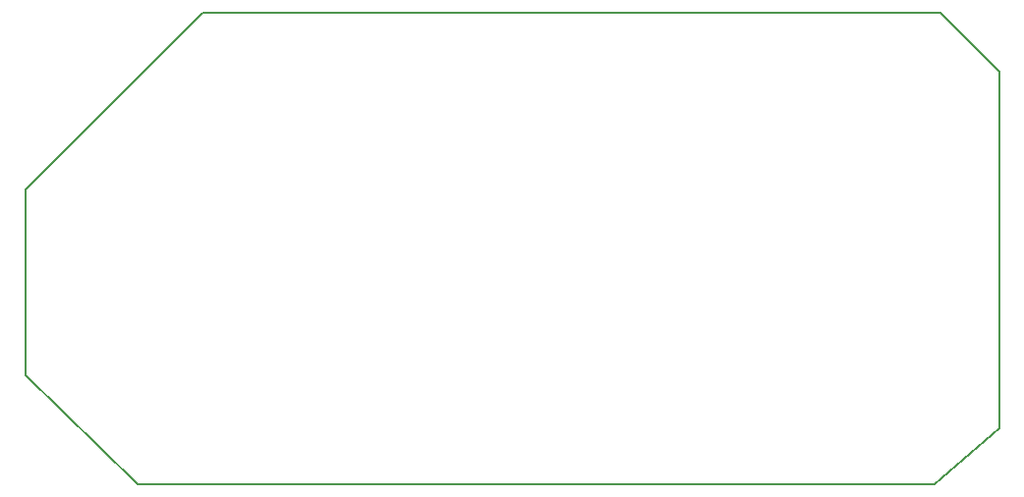
<source format=gbr>
G04 #@! TF.GenerationSoftware,KiCad,Pcbnew,(5.0.2)-1*
G04 #@! TF.CreationDate,2021-12-13T13:30:45+03:00*
G04 #@! TF.ProjectId,tasarim,74617361-7269-46d2-9e6b-696361645f70,rev?*
G04 #@! TF.SameCoordinates,Original*
G04 #@! TF.FileFunction,Profile,NP*
%FSLAX46Y46*%
G04 Gerber Fmt 4.6, Leading zero omitted, Abs format (unit mm)*
G04 Created by KiCad (PCBNEW (5.0.2)-1) date 13.12.2021 13:30:45*
%MOMM*%
%LPD*%
G01*
G04 APERTURE LIST*
%ADD10C,0.150000*%
G04 APERTURE END LIST*
D10*
X130302000Y-115570000D02*
X120650000Y-106172000D01*
X198882000Y-115570000D02*
X204470000Y-110744000D01*
X204470000Y-80010000D02*
X199390000Y-74930000D01*
X199390000Y-74930000D02*
X135890000Y-74930000D01*
X204470000Y-110744000D02*
X204470000Y-80010000D01*
X130302000Y-115570000D02*
X198882000Y-115570000D01*
X120650000Y-90170000D02*
X120650000Y-106172000D01*
X135890000Y-74930000D02*
X120650000Y-90170000D01*
M02*

</source>
